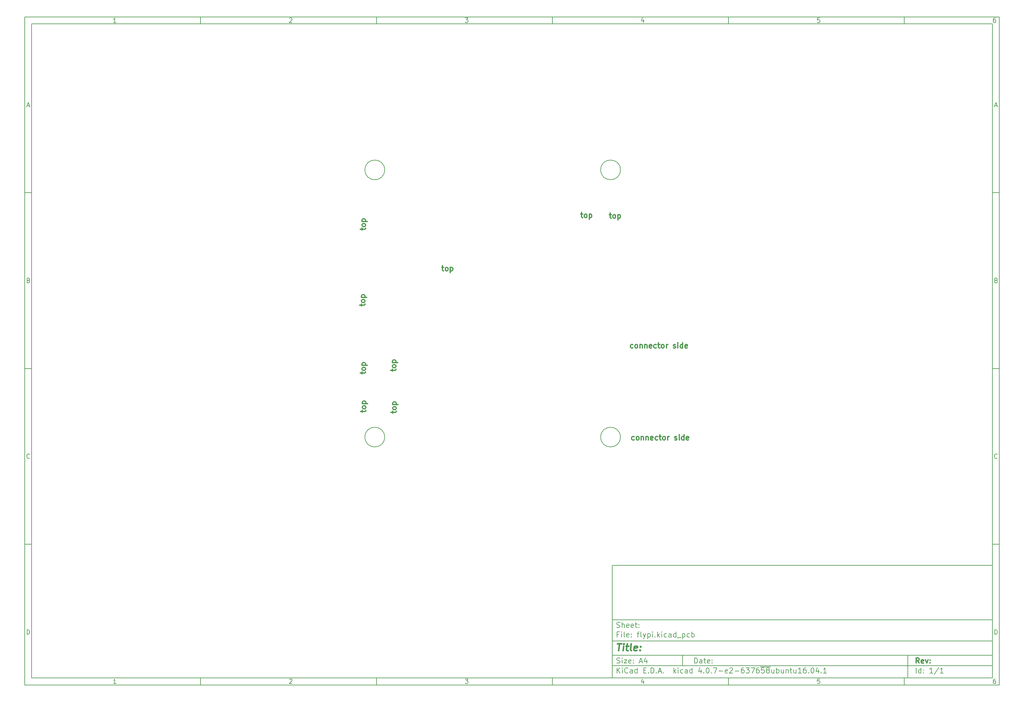
<source format=gbr>
G04 #@! TF.FileFunction,Other,Comment*
%FSLAX46Y46*%
G04 Gerber Fmt 4.6, Leading zero omitted, Abs format (unit mm)*
G04 Created by KiCad (PCBNEW 4.0.7-e2-6376~58~ubuntu16.04.1) date Sun Jan 28 20:38:59 2018*
%MOMM*%
%LPD*%
G01*
G04 APERTURE LIST*
%ADD10C,0.100000*%
%ADD11C,0.150000*%
%ADD12C,0.300000*%
%ADD13C,0.400000*%
G04 APERTURE END LIST*
D10*
D11*
X177002200Y-166007200D02*
X177002200Y-198007200D01*
X285002200Y-198007200D01*
X285002200Y-166007200D01*
X177002200Y-166007200D01*
D10*
D11*
X10000000Y-10000000D02*
X10000000Y-200007200D01*
X287002200Y-200007200D01*
X287002200Y-10000000D01*
X10000000Y-10000000D01*
D10*
D11*
X12000000Y-12000000D02*
X12000000Y-198007200D01*
X285002200Y-198007200D01*
X285002200Y-12000000D01*
X12000000Y-12000000D01*
D10*
D11*
X60000000Y-12000000D02*
X60000000Y-10000000D01*
D10*
D11*
X110000000Y-12000000D02*
X110000000Y-10000000D01*
D10*
D11*
X160000000Y-12000000D02*
X160000000Y-10000000D01*
D10*
D11*
X210000000Y-12000000D02*
X210000000Y-10000000D01*
D10*
D11*
X260000000Y-12000000D02*
X260000000Y-10000000D01*
D10*
D11*
X35990476Y-11588095D02*
X35247619Y-11588095D01*
X35619048Y-11588095D02*
X35619048Y-10288095D01*
X35495238Y-10473810D01*
X35371429Y-10597619D01*
X35247619Y-10659524D01*
D10*
D11*
X85247619Y-10411905D02*
X85309524Y-10350000D01*
X85433333Y-10288095D01*
X85742857Y-10288095D01*
X85866667Y-10350000D01*
X85928571Y-10411905D01*
X85990476Y-10535714D01*
X85990476Y-10659524D01*
X85928571Y-10845238D01*
X85185714Y-11588095D01*
X85990476Y-11588095D01*
D10*
D11*
X135185714Y-10288095D02*
X135990476Y-10288095D01*
X135557143Y-10783333D01*
X135742857Y-10783333D01*
X135866667Y-10845238D01*
X135928571Y-10907143D01*
X135990476Y-11030952D01*
X135990476Y-11340476D01*
X135928571Y-11464286D01*
X135866667Y-11526190D01*
X135742857Y-11588095D01*
X135371429Y-11588095D01*
X135247619Y-11526190D01*
X135185714Y-11464286D01*
D10*
D11*
X185866667Y-10721429D02*
X185866667Y-11588095D01*
X185557143Y-10226190D02*
X185247619Y-11154762D01*
X186052381Y-11154762D01*
D10*
D11*
X235928571Y-10288095D02*
X235309524Y-10288095D01*
X235247619Y-10907143D01*
X235309524Y-10845238D01*
X235433333Y-10783333D01*
X235742857Y-10783333D01*
X235866667Y-10845238D01*
X235928571Y-10907143D01*
X235990476Y-11030952D01*
X235990476Y-11340476D01*
X235928571Y-11464286D01*
X235866667Y-11526190D01*
X235742857Y-11588095D01*
X235433333Y-11588095D01*
X235309524Y-11526190D01*
X235247619Y-11464286D01*
D10*
D11*
X285866667Y-10288095D02*
X285619048Y-10288095D01*
X285495238Y-10350000D01*
X285433333Y-10411905D01*
X285309524Y-10597619D01*
X285247619Y-10845238D01*
X285247619Y-11340476D01*
X285309524Y-11464286D01*
X285371429Y-11526190D01*
X285495238Y-11588095D01*
X285742857Y-11588095D01*
X285866667Y-11526190D01*
X285928571Y-11464286D01*
X285990476Y-11340476D01*
X285990476Y-11030952D01*
X285928571Y-10907143D01*
X285866667Y-10845238D01*
X285742857Y-10783333D01*
X285495238Y-10783333D01*
X285371429Y-10845238D01*
X285309524Y-10907143D01*
X285247619Y-11030952D01*
D10*
D11*
X60000000Y-198007200D02*
X60000000Y-200007200D01*
D10*
D11*
X110000000Y-198007200D02*
X110000000Y-200007200D01*
D10*
D11*
X160000000Y-198007200D02*
X160000000Y-200007200D01*
D10*
D11*
X210000000Y-198007200D02*
X210000000Y-200007200D01*
D10*
D11*
X260000000Y-198007200D02*
X260000000Y-200007200D01*
D10*
D11*
X35990476Y-199595295D02*
X35247619Y-199595295D01*
X35619048Y-199595295D02*
X35619048Y-198295295D01*
X35495238Y-198481010D01*
X35371429Y-198604819D01*
X35247619Y-198666724D01*
D10*
D11*
X85247619Y-198419105D02*
X85309524Y-198357200D01*
X85433333Y-198295295D01*
X85742857Y-198295295D01*
X85866667Y-198357200D01*
X85928571Y-198419105D01*
X85990476Y-198542914D01*
X85990476Y-198666724D01*
X85928571Y-198852438D01*
X85185714Y-199595295D01*
X85990476Y-199595295D01*
D10*
D11*
X135185714Y-198295295D02*
X135990476Y-198295295D01*
X135557143Y-198790533D01*
X135742857Y-198790533D01*
X135866667Y-198852438D01*
X135928571Y-198914343D01*
X135990476Y-199038152D01*
X135990476Y-199347676D01*
X135928571Y-199471486D01*
X135866667Y-199533390D01*
X135742857Y-199595295D01*
X135371429Y-199595295D01*
X135247619Y-199533390D01*
X135185714Y-199471486D01*
D10*
D11*
X185866667Y-198728629D02*
X185866667Y-199595295D01*
X185557143Y-198233390D02*
X185247619Y-199161962D01*
X186052381Y-199161962D01*
D10*
D11*
X235928571Y-198295295D02*
X235309524Y-198295295D01*
X235247619Y-198914343D01*
X235309524Y-198852438D01*
X235433333Y-198790533D01*
X235742857Y-198790533D01*
X235866667Y-198852438D01*
X235928571Y-198914343D01*
X235990476Y-199038152D01*
X235990476Y-199347676D01*
X235928571Y-199471486D01*
X235866667Y-199533390D01*
X235742857Y-199595295D01*
X235433333Y-199595295D01*
X235309524Y-199533390D01*
X235247619Y-199471486D01*
D10*
D11*
X285866667Y-198295295D02*
X285619048Y-198295295D01*
X285495238Y-198357200D01*
X285433333Y-198419105D01*
X285309524Y-198604819D01*
X285247619Y-198852438D01*
X285247619Y-199347676D01*
X285309524Y-199471486D01*
X285371429Y-199533390D01*
X285495238Y-199595295D01*
X285742857Y-199595295D01*
X285866667Y-199533390D01*
X285928571Y-199471486D01*
X285990476Y-199347676D01*
X285990476Y-199038152D01*
X285928571Y-198914343D01*
X285866667Y-198852438D01*
X285742857Y-198790533D01*
X285495238Y-198790533D01*
X285371429Y-198852438D01*
X285309524Y-198914343D01*
X285247619Y-199038152D01*
D10*
D11*
X10000000Y-60000000D02*
X12000000Y-60000000D01*
D10*
D11*
X10000000Y-110000000D02*
X12000000Y-110000000D01*
D10*
D11*
X10000000Y-160000000D02*
X12000000Y-160000000D01*
D10*
D11*
X10690476Y-35216667D02*
X11309524Y-35216667D01*
X10566667Y-35588095D02*
X11000000Y-34288095D01*
X11433333Y-35588095D01*
D10*
D11*
X11092857Y-84907143D02*
X11278571Y-84969048D01*
X11340476Y-85030952D01*
X11402381Y-85154762D01*
X11402381Y-85340476D01*
X11340476Y-85464286D01*
X11278571Y-85526190D01*
X11154762Y-85588095D01*
X10659524Y-85588095D01*
X10659524Y-84288095D01*
X11092857Y-84288095D01*
X11216667Y-84350000D01*
X11278571Y-84411905D01*
X11340476Y-84535714D01*
X11340476Y-84659524D01*
X11278571Y-84783333D01*
X11216667Y-84845238D01*
X11092857Y-84907143D01*
X10659524Y-84907143D01*
D10*
D11*
X11402381Y-135464286D02*
X11340476Y-135526190D01*
X11154762Y-135588095D01*
X11030952Y-135588095D01*
X10845238Y-135526190D01*
X10721429Y-135402381D01*
X10659524Y-135278571D01*
X10597619Y-135030952D01*
X10597619Y-134845238D01*
X10659524Y-134597619D01*
X10721429Y-134473810D01*
X10845238Y-134350000D01*
X11030952Y-134288095D01*
X11154762Y-134288095D01*
X11340476Y-134350000D01*
X11402381Y-134411905D01*
D10*
D11*
X10659524Y-185588095D02*
X10659524Y-184288095D01*
X10969048Y-184288095D01*
X11154762Y-184350000D01*
X11278571Y-184473810D01*
X11340476Y-184597619D01*
X11402381Y-184845238D01*
X11402381Y-185030952D01*
X11340476Y-185278571D01*
X11278571Y-185402381D01*
X11154762Y-185526190D01*
X10969048Y-185588095D01*
X10659524Y-185588095D01*
D10*
D11*
X287002200Y-60000000D02*
X285002200Y-60000000D01*
D10*
D11*
X287002200Y-110000000D02*
X285002200Y-110000000D01*
D10*
D11*
X287002200Y-160000000D02*
X285002200Y-160000000D01*
D10*
D11*
X285692676Y-35216667D02*
X286311724Y-35216667D01*
X285568867Y-35588095D02*
X286002200Y-34288095D01*
X286435533Y-35588095D01*
D10*
D11*
X286095057Y-84907143D02*
X286280771Y-84969048D01*
X286342676Y-85030952D01*
X286404581Y-85154762D01*
X286404581Y-85340476D01*
X286342676Y-85464286D01*
X286280771Y-85526190D01*
X286156962Y-85588095D01*
X285661724Y-85588095D01*
X285661724Y-84288095D01*
X286095057Y-84288095D01*
X286218867Y-84350000D01*
X286280771Y-84411905D01*
X286342676Y-84535714D01*
X286342676Y-84659524D01*
X286280771Y-84783333D01*
X286218867Y-84845238D01*
X286095057Y-84907143D01*
X285661724Y-84907143D01*
D10*
D11*
X286404581Y-135464286D02*
X286342676Y-135526190D01*
X286156962Y-135588095D01*
X286033152Y-135588095D01*
X285847438Y-135526190D01*
X285723629Y-135402381D01*
X285661724Y-135278571D01*
X285599819Y-135030952D01*
X285599819Y-134845238D01*
X285661724Y-134597619D01*
X285723629Y-134473810D01*
X285847438Y-134350000D01*
X286033152Y-134288095D01*
X286156962Y-134288095D01*
X286342676Y-134350000D01*
X286404581Y-134411905D01*
D10*
D11*
X285661724Y-185588095D02*
X285661724Y-184288095D01*
X285971248Y-184288095D01*
X286156962Y-184350000D01*
X286280771Y-184473810D01*
X286342676Y-184597619D01*
X286404581Y-184845238D01*
X286404581Y-185030952D01*
X286342676Y-185278571D01*
X286280771Y-185402381D01*
X286156962Y-185526190D01*
X285971248Y-185588095D01*
X285661724Y-185588095D01*
D10*
D11*
X200359343Y-193785771D02*
X200359343Y-192285771D01*
X200716486Y-192285771D01*
X200930771Y-192357200D01*
X201073629Y-192500057D01*
X201145057Y-192642914D01*
X201216486Y-192928629D01*
X201216486Y-193142914D01*
X201145057Y-193428629D01*
X201073629Y-193571486D01*
X200930771Y-193714343D01*
X200716486Y-193785771D01*
X200359343Y-193785771D01*
X202502200Y-193785771D02*
X202502200Y-193000057D01*
X202430771Y-192857200D01*
X202287914Y-192785771D01*
X202002200Y-192785771D01*
X201859343Y-192857200D01*
X202502200Y-193714343D02*
X202359343Y-193785771D01*
X202002200Y-193785771D01*
X201859343Y-193714343D01*
X201787914Y-193571486D01*
X201787914Y-193428629D01*
X201859343Y-193285771D01*
X202002200Y-193214343D01*
X202359343Y-193214343D01*
X202502200Y-193142914D01*
X203002200Y-192785771D02*
X203573629Y-192785771D01*
X203216486Y-192285771D02*
X203216486Y-193571486D01*
X203287914Y-193714343D01*
X203430772Y-193785771D01*
X203573629Y-193785771D01*
X204645057Y-193714343D02*
X204502200Y-193785771D01*
X204216486Y-193785771D01*
X204073629Y-193714343D01*
X204002200Y-193571486D01*
X204002200Y-193000057D01*
X204073629Y-192857200D01*
X204216486Y-192785771D01*
X204502200Y-192785771D01*
X204645057Y-192857200D01*
X204716486Y-193000057D01*
X204716486Y-193142914D01*
X204002200Y-193285771D01*
X205359343Y-193642914D02*
X205430771Y-193714343D01*
X205359343Y-193785771D01*
X205287914Y-193714343D01*
X205359343Y-193642914D01*
X205359343Y-193785771D01*
X205359343Y-192857200D02*
X205430771Y-192928629D01*
X205359343Y-193000057D01*
X205287914Y-192928629D01*
X205359343Y-192857200D01*
X205359343Y-193000057D01*
D10*
D11*
X177002200Y-194507200D02*
X285002200Y-194507200D01*
D10*
D11*
X178359343Y-196585771D02*
X178359343Y-195085771D01*
X179216486Y-196585771D02*
X178573629Y-195728629D01*
X179216486Y-195085771D02*
X178359343Y-195942914D01*
X179859343Y-196585771D02*
X179859343Y-195585771D01*
X179859343Y-195085771D02*
X179787914Y-195157200D01*
X179859343Y-195228629D01*
X179930771Y-195157200D01*
X179859343Y-195085771D01*
X179859343Y-195228629D01*
X181430772Y-196442914D02*
X181359343Y-196514343D01*
X181145057Y-196585771D01*
X181002200Y-196585771D01*
X180787915Y-196514343D01*
X180645057Y-196371486D01*
X180573629Y-196228629D01*
X180502200Y-195942914D01*
X180502200Y-195728629D01*
X180573629Y-195442914D01*
X180645057Y-195300057D01*
X180787915Y-195157200D01*
X181002200Y-195085771D01*
X181145057Y-195085771D01*
X181359343Y-195157200D01*
X181430772Y-195228629D01*
X182716486Y-196585771D02*
X182716486Y-195800057D01*
X182645057Y-195657200D01*
X182502200Y-195585771D01*
X182216486Y-195585771D01*
X182073629Y-195657200D01*
X182716486Y-196514343D02*
X182573629Y-196585771D01*
X182216486Y-196585771D01*
X182073629Y-196514343D01*
X182002200Y-196371486D01*
X182002200Y-196228629D01*
X182073629Y-196085771D01*
X182216486Y-196014343D01*
X182573629Y-196014343D01*
X182716486Y-195942914D01*
X184073629Y-196585771D02*
X184073629Y-195085771D01*
X184073629Y-196514343D02*
X183930772Y-196585771D01*
X183645058Y-196585771D01*
X183502200Y-196514343D01*
X183430772Y-196442914D01*
X183359343Y-196300057D01*
X183359343Y-195871486D01*
X183430772Y-195728629D01*
X183502200Y-195657200D01*
X183645058Y-195585771D01*
X183930772Y-195585771D01*
X184073629Y-195657200D01*
X185930772Y-195800057D02*
X186430772Y-195800057D01*
X186645058Y-196585771D02*
X185930772Y-196585771D01*
X185930772Y-195085771D01*
X186645058Y-195085771D01*
X187287915Y-196442914D02*
X187359343Y-196514343D01*
X187287915Y-196585771D01*
X187216486Y-196514343D01*
X187287915Y-196442914D01*
X187287915Y-196585771D01*
X188002201Y-196585771D02*
X188002201Y-195085771D01*
X188359344Y-195085771D01*
X188573629Y-195157200D01*
X188716487Y-195300057D01*
X188787915Y-195442914D01*
X188859344Y-195728629D01*
X188859344Y-195942914D01*
X188787915Y-196228629D01*
X188716487Y-196371486D01*
X188573629Y-196514343D01*
X188359344Y-196585771D01*
X188002201Y-196585771D01*
X189502201Y-196442914D02*
X189573629Y-196514343D01*
X189502201Y-196585771D01*
X189430772Y-196514343D01*
X189502201Y-196442914D01*
X189502201Y-196585771D01*
X190145058Y-196157200D02*
X190859344Y-196157200D01*
X190002201Y-196585771D02*
X190502201Y-195085771D01*
X191002201Y-196585771D01*
X191502201Y-196442914D02*
X191573629Y-196514343D01*
X191502201Y-196585771D01*
X191430772Y-196514343D01*
X191502201Y-196442914D01*
X191502201Y-196585771D01*
X194502201Y-196585771D02*
X194502201Y-195085771D01*
X194645058Y-196014343D02*
X195073629Y-196585771D01*
X195073629Y-195585771D02*
X194502201Y-196157200D01*
X195716487Y-196585771D02*
X195716487Y-195585771D01*
X195716487Y-195085771D02*
X195645058Y-195157200D01*
X195716487Y-195228629D01*
X195787915Y-195157200D01*
X195716487Y-195085771D01*
X195716487Y-195228629D01*
X197073630Y-196514343D02*
X196930773Y-196585771D01*
X196645059Y-196585771D01*
X196502201Y-196514343D01*
X196430773Y-196442914D01*
X196359344Y-196300057D01*
X196359344Y-195871486D01*
X196430773Y-195728629D01*
X196502201Y-195657200D01*
X196645059Y-195585771D01*
X196930773Y-195585771D01*
X197073630Y-195657200D01*
X198359344Y-196585771D02*
X198359344Y-195800057D01*
X198287915Y-195657200D01*
X198145058Y-195585771D01*
X197859344Y-195585771D01*
X197716487Y-195657200D01*
X198359344Y-196514343D02*
X198216487Y-196585771D01*
X197859344Y-196585771D01*
X197716487Y-196514343D01*
X197645058Y-196371486D01*
X197645058Y-196228629D01*
X197716487Y-196085771D01*
X197859344Y-196014343D01*
X198216487Y-196014343D01*
X198359344Y-195942914D01*
X199716487Y-196585771D02*
X199716487Y-195085771D01*
X199716487Y-196514343D02*
X199573630Y-196585771D01*
X199287916Y-196585771D01*
X199145058Y-196514343D01*
X199073630Y-196442914D01*
X199002201Y-196300057D01*
X199002201Y-195871486D01*
X199073630Y-195728629D01*
X199145058Y-195657200D01*
X199287916Y-195585771D01*
X199573630Y-195585771D01*
X199716487Y-195657200D01*
X202216487Y-195585771D02*
X202216487Y-196585771D01*
X201859344Y-195014343D02*
X201502201Y-196085771D01*
X202430773Y-196085771D01*
X203002201Y-196442914D02*
X203073629Y-196514343D01*
X203002201Y-196585771D01*
X202930772Y-196514343D01*
X203002201Y-196442914D01*
X203002201Y-196585771D01*
X204002201Y-195085771D02*
X204145058Y-195085771D01*
X204287915Y-195157200D01*
X204359344Y-195228629D01*
X204430773Y-195371486D01*
X204502201Y-195657200D01*
X204502201Y-196014343D01*
X204430773Y-196300057D01*
X204359344Y-196442914D01*
X204287915Y-196514343D01*
X204145058Y-196585771D01*
X204002201Y-196585771D01*
X203859344Y-196514343D01*
X203787915Y-196442914D01*
X203716487Y-196300057D01*
X203645058Y-196014343D01*
X203645058Y-195657200D01*
X203716487Y-195371486D01*
X203787915Y-195228629D01*
X203859344Y-195157200D01*
X204002201Y-195085771D01*
X205145058Y-196442914D02*
X205216486Y-196514343D01*
X205145058Y-196585771D01*
X205073629Y-196514343D01*
X205145058Y-196442914D01*
X205145058Y-196585771D01*
X205716487Y-195085771D02*
X206716487Y-195085771D01*
X206073630Y-196585771D01*
X207287915Y-196014343D02*
X208430772Y-196014343D01*
X209716486Y-196514343D02*
X209573629Y-196585771D01*
X209287915Y-196585771D01*
X209145058Y-196514343D01*
X209073629Y-196371486D01*
X209073629Y-195800057D01*
X209145058Y-195657200D01*
X209287915Y-195585771D01*
X209573629Y-195585771D01*
X209716486Y-195657200D01*
X209787915Y-195800057D01*
X209787915Y-195942914D01*
X209073629Y-196085771D01*
X210359343Y-195228629D02*
X210430772Y-195157200D01*
X210573629Y-195085771D01*
X210930772Y-195085771D01*
X211073629Y-195157200D01*
X211145058Y-195228629D01*
X211216486Y-195371486D01*
X211216486Y-195514343D01*
X211145058Y-195728629D01*
X210287915Y-196585771D01*
X211216486Y-196585771D01*
X211859343Y-196014343D02*
X213002200Y-196014343D01*
X214359343Y-195085771D02*
X214073629Y-195085771D01*
X213930772Y-195157200D01*
X213859343Y-195228629D01*
X213716486Y-195442914D01*
X213645057Y-195728629D01*
X213645057Y-196300057D01*
X213716486Y-196442914D01*
X213787914Y-196514343D01*
X213930772Y-196585771D01*
X214216486Y-196585771D01*
X214359343Y-196514343D01*
X214430772Y-196442914D01*
X214502200Y-196300057D01*
X214502200Y-195942914D01*
X214430772Y-195800057D01*
X214359343Y-195728629D01*
X214216486Y-195657200D01*
X213930772Y-195657200D01*
X213787914Y-195728629D01*
X213716486Y-195800057D01*
X213645057Y-195942914D01*
X215002200Y-195085771D02*
X215930771Y-195085771D01*
X215430771Y-195657200D01*
X215645057Y-195657200D01*
X215787914Y-195728629D01*
X215859343Y-195800057D01*
X215930771Y-195942914D01*
X215930771Y-196300057D01*
X215859343Y-196442914D01*
X215787914Y-196514343D01*
X215645057Y-196585771D01*
X215216485Y-196585771D01*
X215073628Y-196514343D01*
X215002200Y-196442914D01*
X216430771Y-195085771D02*
X217430771Y-195085771D01*
X216787914Y-196585771D01*
X218645056Y-195085771D02*
X218359342Y-195085771D01*
X218216485Y-195157200D01*
X218145056Y-195228629D01*
X218002199Y-195442914D01*
X217930770Y-195728629D01*
X217930770Y-196300057D01*
X218002199Y-196442914D01*
X218073627Y-196514343D01*
X218216485Y-196585771D01*
X218502199Y-196585771D01*
X218645056Y-196514343D01*
X218716485Y-196442914D01*
X218787913Y-196300057D01*
X218787913Y-195942914D01*
X218716485Y-195800057D01*
X218645056Y-195728629D01*
X218502199Y-195657200D01*
X218216485Y-195657200D01*
X218073627Y-195728629D01*
X218002199Y-195800057D01*
X217930770Y-195942914D01*
X220145056Y-195085771D02*
X219430770Y-195085771D01*
X219359341Y-195800057D01*
X219430770Y-195728629D01*
X219573627Y-195657200D01*
X219930770Y-195657200D01*
X220073627Y-195728629D01*
X220145056Y-195800057D01*
X220216484Y-195942914D01*
X220216484Y-196300057D01*
X220145056Y-196442914D01*
X220073627Y-196514343D01*
X219930770Y-196585771D01*
X219573627Y-196585771D01*
X219430770Y-196514343D01*
X219359341Y-196442914D01*
X221073627Y-195728629D02*
X220930769Y-195657200D01*
X220859341Y-195585771D01*
X220787912Y-195442914D01*
X220787912Y-195371486D01*
X220859341Y-195228629D01*
X220930769Y-195157200D01*
X221073627Y-195085771D01*
X221359341Y-195085771D01*
X221502198Y-195157200D01*
X221573627Y-195228629D01*
X221645055Y-195371486D01*
X221645055Y-195442914D01*
X221573627Y-195585771D01*
X221502198Y-195657200D01*
X221359341Y-195728629D01*
X221073627Y-195728629D01*
X220930769Y-195800057D01*
X220859341Y-195871486D01*
X220787912Y-196014343D01*
X220787912Y-196300057D01*
X220859341Y-196442914D01*
X220930769Y-196514343D01*
X221073627Y-196585771D01*
X221359341Y-196585771D01*
X221502198Y-196514343D01*
X221573627Y-196442914D01*
X221645055Y-196300057D01*
X221645055Y-196014343D01*
X221573627Y-195871486D01*
X221502198Y-195800057D01*
X221359341Y-195728629D01*
X219073627Y-194827200D02*
X221930769Y-194827200D01*
X222930769Y-195585771D02*
X222930769Y-196585771D01*
X222287912Y-195585771D02*
X222287912Y-196371486D01*
X222359340Y-196514343D01*
X222502198Y-196585771D01*
X222716483Y-196585771D01*
X222859340Y-196514343D01*
X222930769Y-196442914D01*
X223645055Y-196585771D02*
X223645055Y-195085771D01*
X223645055Y-195657200D02*
X223787912Y-195585771D01*
X224073626Y-195585771D01*
X224216483Y-195657200D01*
X224287912Y-195728629D01*
X224359341Y-195871486D01*
X224359341Y-196300057D01*
X224287912Y-196442914D01*
X224216483Y-196514343D01*
X224073626Y-196585771D01*
X223787912Y-196585771D01*
X223645055Y-196514343D01*
X225645055Y-195585771D02*
X225645055Y-196585771D01*
X225002198Y-195585771D02*
X225002198Y-196371486D01*
X225073626Y-196514343D01*
X225216484Y-196585771D01*
X225430769Y-196585771D01*
X225573626Y-196514343D01*
X225645055Y-196442914D01*
X226359341Y-195585771D02*
X226359341Y-196585771D01*
X226359341Y-195728629D02*
X226430769Y-195657200D01*
X226573627Y-195585771D01*
X226787912Y-195585771D01*
X226930769Y-195657200D01*
X227002198Y-195800057D01*
X227002198Y-196585771D01*
X227502198Y-195585771D02*
X228073627Y-195585771D01*
X227716484Y-195085771D02*
X227716484Y-196371486D01*
X227787912Y-196514343D01*
X227930770Y-196585771D01*
X228073627Y-196585771D01*
X229216484Y-195585771D02*
X229216484Y-196585771D01*
X228573627Y-195585771D02*
X228573627Y-196371486D01*
X228645055Y-196514343D01*
X228787913Y-196585771D01*
X229002198Y-196585771D01*
X229145055Y-196514343D01*
X229216484Y-196442914D01*
X230716484Y-196585771D02*
X229859341Y-196585771D01*
X230287913Y-196585771D02*
X230287913Y-195085771D01*
X230145056Y-195300057D01*
X230002198Y-195442914D01*
X229859341Y-195514343D01*
X232002198Y-195085771D02*
X231716484Y-195085771D01*
X231573627Y-195157200D01*
X231502198Y-195228629D01*
X231359341Y-195442914D01*
X231287912Y-195728629D01*
X231287912Y-196300057D01*
X231359341Y-196442914D01*
X231430769Y-196514343D01*
X231573627Y-196585771D01*
X231859341Y-196585771D01*
X232002198Y-196514343D01*
X232073627Y-196442914D01*
X232145055Y-196300057D01*
X232145055Y-195942914D01*
X232073627Y-195800057D01*
X232002198Y-195728629D01*
X231859341Y-195657200D01*
X231573627Y-195657200D01*
X231430769Y-195728629D01*
X231359341Y-195800057D01*
X231287912Y-195942914D01*
X232787912Y-196442914D02*
X232859340Y-196514343D01*
X232787912Y-196585771D01*
X232716483Y-196514343D01*
X232787912Y-196442914D01*
X232787912Y-196585771D01*
X233787912Y-195085771D02*
X233930769Y-195085771D01*
X234073626Y-195157200D01*
X234145055Y-195228629D01*
X234216484Y-195371486D01*
X234287912Y-195657200D01*
X234287912Y-196014343D01*
X234216484Y-196300057D01*
X234145055Y-196442914D01*
X234073626Y-196514343D01*
X233930769Y-196585771D01*
X233787912Y-196585771D01*
X233645055Y-196514343D01*
X233573626Y-196442914D01*
X233502198Y-196300057D01*
X233430769Y-196014343D01*
X233430769Y-195657200D01*
X233502198Y-195371486D01*
X233573626Y-195228629D01*
X233645055Y-195157200D01*
X233787912Y-195085771D01*
X235573626Y-195585771D02*
X235573626Y-196585771D01*
X235216483Y-195014343D02*
X234859340Y-196085771D01*
X235787912Y-196085771D01*
X236359340Y-196442914D02*
X236430768Y-196514343D01*
X236359340Y-196585771D01*
X236287911Y-196514343D01*
X236359340Y-196442914D01*
X236359340Y-196585771D01*
X237859340Y-196585771D02*
X237002197Y-196585771D01*
X237430769Y-196585771D02*
X237430769Y-195085771D01*
X237287912Y-195300057D01*
X237145054Y-195442914D01*
X237002197Y-195514343D01*
D10*
D11*
X177002200Y-191507200D02*
X285002200Y-191507200D01*
D10*
D12*
X264216486Y-193785771D02*
X263716486Y-193071486D01*
X263359343Y-193785771D02*
X263359343Y-192285771D01*
X263930771Y-192285771D01*
X264073629Y-192357200D01*
X264145057Y-192428629D01*
X264216486Y-192571486D01*
X264216486Y-192785771D01*
X264145057Y-192928629D01*
X264073629Y-193000057D01*
X263930771Y-193071486D01*
X263359343Y-193071486D01*
X265430771Y-193714343D02*
X265287914Y-193785771D01*
X265002200Y-193785771D01*
X264859343Y-193714343D01*
X264787914Y-193571486D01*
X264787914Y-193000057D01*
X264859343Y-192857200D01*
X265002200Y-192785771D01*
X265287914Y-192785771D01*
X265430771Y-192857200D01*
X265502200Y-193000057D01*
X265502200Y-193142914D01*
X264787914Y-193285771D01*
X266002200Y-192785771D02*
X266359343Y-193785771D01*
X266716485Y-192785771D01*
X267287914Y-193642914D02*
X267359342Y-193714343D01*
X267287914Y-193785771D01*
X267216485Y-193714343D01*
X267287914Y-193642914D01*
X267287914Y-193785771D01*
X267287914Y-192857200D02*
X267359342Y-192928629D01*
X267287914Y-193000057D01*
X267216485Y-192928629D01*
X267287914Y-192857200D01*
X267287914Y-193000057D01*
D10*
D11*
X178287914Y-193714343D02*
X178502200Y-193785771D01*
X178859343Y-193785771D01*
X179002200Y-193714343D01*
X179073629Y-193642914D01*
X179145057Y-193500057D01*
X179145057Y-193357200D01*
X179073629Y-193214343D01*
X179002200Y-193142914D01*
X178859343Y-193071486D01*
X178573629Y-193000057D01*
X178430771Y-192928629D01*
X178359343Y-192857200D01*
X178287914Y-192714343D01*
X178287914Y-192571486D01*
X178359343Y-192428629D01*
X178430771Y-192357200D01*
X178573629Y-192285771D01*
X178930771Y-192285771D01*
X179145057Y-192357200D01*
X179787914Y-193785771D02*
X179787914Y-192785771D01*
X179787914Y-192285771D02*
X179716485Y-192357200D01*
X179787914Y-192428629D01*
X179859342Y-192357200D01*
X179787914Y-192285771D01*
X179787914Y-192428629D01*
X180359343Y-192785771D02*
X181145057Y-192785771D01*
X180359343Y-193785771D01*
X181145057Y-193785771D01*
X182287914Y-193714343D02*
X182145057Y-193785771D01*
X181859343Y-193785771D01*
X181716486Y-193714343D01*
X181645057Y-193571486D01*
X181645057Y-193000057D01*
X181716486Y-192857200D01*
X181859343Y-192785771D01*
X182145057Y-192785771D01*
X182287914Y-192857200D01*
X182359343Y-193000057D01*
X182359343Y-193142914D01*
X181645057Y-193285771D01*
X183002200Y-193642914D02*
X183073628Y-193714343D01*
X183002200Y-193785771D01*
X182930771Y-193714343D01*
X183002200Y-193642914D01*
X183002200Y-193785771D01*
X183002200Y-192857200D02*
X183073628Y-192928629D01*
X183002200Y-193000057D01*
X182930771Y-192928629D01*
X183002200Y-192857200D01*
X183002200Y-193000057D01*
X184787914Y-193357200D02*
X185502200Y-193357200D01*
X184645057Y-193785771D02*
X185145057Y-192285771D01*
X185645057Y-193785771D01*
X186787914Y-192785771D02*
X186787914Y-193785771D01*
X186430771Y-192214343D02*
X186073628Y-193285771D01*
X187002200Y-193285771D01*
D10*
D11*
X263359343Y-196585771D02*
X263359343Y-195085771D01*
X264716486Y-196585771D02*
X264716486Y-195085771D01*
X264716486Y-196514343D02*
X264573629Y-196585771D01*
X264287915Y-196585771D01*
X264145057Y-196514343D01*
X264073629Y-196442914D01*
X264002200Y-196300057D01*
X264002200Y-195871486D01*
X264073629Y-195728629D01*
X264145057Y-195657200D01*
X264287915Y-195585771D01*
X264573629Y-195585771D01*
X264716486Y-195657200D01*
X265430772Y-196442914D02*
X265502200Y-196514343D01*
X265430772Y-196585771D01*
X265359343Y-196514343D01*
X265430772Y-196442914D01*
X265430772Y-196585771D01*
X265430772Y-195657200D02*
X265502200Y-195728629D01*
X265430772Y-195800057D01*
X265359343Y-195728629D01*
X265430772Y-195657200D01*
X265430772Y-195800057D01*
X268073629Y-196585771D02*
X267216486Y-196585771D01*
X267645058Y-196585771D02*
X267645058Y-195085771D01*
X267502201Y-195300057D01*
X267359343Y-195442914D01*
X267216486Y-195514343D01*
X269787914Y-195014343D02*
X268502200Y-196942914D01*
X271073629Y-196585771D02*
X270216486Y-196585771D01*
X270645058Y-196585771D02*
X270645058Y-195085771D01*
X270502201Y-195300057D01*
X270359343Y-195442914D01*
X270216486Y-195514343D01*
D10*
D11*
X177002200Y-187507200D02*
X285002200Y-187507200D01*
D10*
D13*
X178454581Y-188211962D02*
X179597438Y-188211962D01*
X178776010Y-190211962D02*
X179026010Y-188211962D01*
X180014105Y-190211962D02*
X180180771Y-188878629D01*
X180264105Y-188211962D02*
X180156962Y-188307200D01*
X180240295Y-188402438D01*
X180347439Y-188307200D01*
X180264105Y-188211962D01*
X180240295Y-188402438D01*
X180847438Y-188878629D02*
X181609343Y-188878629D01*
X181216486Y-188211962D02*
X181002200Y-189926248D01*
X181073630Y-190116724D01*
X181252201Y-190211962D01*
X181442677Y-190211962D01*
X182395058Y-190211962D02*
X182216487Y-190116724D01*
X182145057Y-189926248D01*
X182359343Y-188211962D01*
X183930772Y-190116724D02*
X183728391Y-190211962D01*
X183347439Y-190211962D01*
X183168867Y-190116724D01*
X183097438Y-189926248D01*
X183192676Y-189164343D01*
X183311724Y-188973867D01*
X183514105Y-188878629D01*
X183895057Y-188878629D01*
X184073629Y-188973867D01*
X184145057Y-189164343D01*
X184121248Y-189354819D01*
X183145057Y-189545295D01*
X184895057Y-190021486D02*
X184978392Y-190116724D01*
X184871248Y-190211962D01*
X184787915Y-190116724D01*
X184895057Y-190021486D01*
X184871248Y-190211962D01*
X185026010Y-188973867D02*
X185109344Y-189069105D01*
X185002200Y-189164343D01*
X184918867Y-189069105D01*
X185026010Y-188973867D01*
X185002200Y-189164343D01*
D10*
D11*
X178859343Y-185600057D02*
X178359343Y-185600057D01*
X178359343Y-186385771D02*
X178359343Y-184885771D01*
X179073629Y-184885771D01*
X179645057Y-186385771D02*
X179645057Y-185385771D01*
X179645057Y-184885771D02*
X179573628Y-184957200D01*
X179645057Y-185028629D01*
X179716485Y-184957200D01*
X179645057Y-184885771D01*
X179645057Y-185028629D01*
X180573629Y-186385771D02*
X180430771Y-186314343D01*
X180359343Y-186171486D01*
X180359343Y-184885771D01*
X181716485Y-186314343D02*
X181573628Y-186385771D01*
X181287914Y-186385771D01*
X181145057Y-186314343D01*
X181073628Y-186171486D01*
X181073628Y-185600057D01*
X181145057Y-185457200D01*
X181287914Y-185385771D01*
X181573628Y-185385771D01*
X181716485Y-185457200D01*
X181787914Y-185600057D01*
X181787914Y-185742914D01*
X181073628Y-185885771D01*
X182430771Y-186242914D02*
X182502199Y-186314343D01*
X182430771Y-186385771D01*
X182359342Y-186314343D01*
X182430771Y-186242914D01*
X182430771Y-186385771D01*
X182430771Y-185457200D02*
X182502199Y-185528629D01*
X182430771Y-185600057D01*
X182359342Y-185528629D01*
X182430771Y-185457200D01*
X182430771Y-185600057D01*
X184073628Y-185385771D02*
X184645057Y-185385771D01*
X184287914Y-186385771D02*
X184287914Y-185100057D01*
X184359342Y-184957200D01*
X184502200Y-184885771D01*
X184645057Y-184885771D01*
X185359343Y-186385771D02*
X185216485Y-186314343D01*
X185145057Y-186171486D01*
X185145057Y-184885771D01*
X185787914Y-185385771D02*
X186145057Y-186385771D01*
X186502199Y-185385771D02*
X186145057Y-186385771D01*
X186002199Y-186742914D01*
X185930771Y-186814343D01*
X185787914Y-186885771D01*
X187073628Y-185385771D02*
X187073628Y-186885771D01*
X187073628Y-185457200D02*
X187216485Y-185385771D01*
X187502199Y-185385771D01*
X187645056Y-185457200D01*
X187716485Y-185528629D01*
X187787914Y-185671486D01*
X187787914Y-186100057D01*
X187716485Y-186242914D01*
X187645056Y-186314343D01*
X187502199Y-186385771D01*
X187216485Y-186385771D01*
X187073628Y-186314343D01*
X188430771Y-186385771D02*
X188430771Y-185385771D01*
X188430771Y-184885771D02*
X188359342Y-184957200D01*
X188430771Y-185028629D01*
X188502199Y-184957200D01*
X188430771Y-184885771D01*
X188430771Y-185028629D01*
X189145057Y-186242914D02*
X189216485Y-186314343D01*
X189145057Y-186385771D01*
X189073628Y-186314343D01*
X189145057Y-186242914D01*
X189145057Y-186385771D01*
X189859343Y-186385771D02*
X189859343Y-184885771D01*
X190002200Y-185814343D02*
X190430771Y-186385771D01*
X190430771Y-185385771D02*
X189859343Y-185957200D01*
X191073629Y-186385771D02*
X191073629Y-185385771D01*
X191073629Y-184885771D02*
X191002200Y-184957200D01*
X191073629Y-185028629D01*
X191145057Y-184957200D01*
X191073629Y-184885771D01*
X191073629Y-185028629D01*
X192430772Y-186314343D02*
X192287915Y-186385771D01*
X192002201Y-186385771D01*
X191859343Y-186314343D01*
X191787915Y-186242914D01*
X191716486Y-186100057D01*
X191716486Y-185671486D01*
X191787915Y-185528629D01*
X191859343Y-185457200D01*
X192002201Y-185385771D01*
X192287915Y-185385771D01*
X192430772Y-185457200D01*
X193716486Y-186385771D02*
X193716486Y-185600057D01*
X193645057Y-185457200D01*
X193502200Y-185385771D01*
X193216486Y-185385771D01*
X193073629Y-185457200D01*
X193716486Y-186314343D02*
X193573629Y-186385771D01*
X193216486Y-186385771D01*
X193073629Y-186314343D01*
X193002200Y-186171486D01*
X193002200Y-186028629D01*
X193073629Y-185885771D01*
X193216486Y-185814343D01*
X193573629Y-185814343D01*
X193716486Y-185742914D01*
X195073629Y-186385771D02*
X195073629Y-184885771D01*
X195073629Y-186314343D02*
X194930772Y-186385771D01*
X194645058Y-186385771D01*
X194502200Y-186314343D01*
X194430772Y-186242914D01*
X194359343Y-186100057D01*
X194359343Y-185671486D01*
X194430772Y-185528629D01*
X194502200Y-185457200D01*
X194645058Y-185385771D01*
X194930772Y-185385771D01*
X195073629Y-185457200D01*
X195430772Y-186528629D02*
X196573629Y-186528629D01*
X196930772Y-185385771D02*
X196930772Y-186885771D01*
X196930772Y-185457200D02*
X197073629Y-185385771D01*
X197359343Y-185385771D01*
X197502200Y-185457200D01*
X197573629Y-185528629D01*
X197645058Y-185671486D01*
X197645058Y-186100057D01*
X197573629Y-186242914D01*
X197502200Y-186314343D01*
X197359343Y-186385771D01*
X197073629Y-186385771D01*
X196930772Y-186314343D01*
X198930772Y-186314343D02*
X198787915Y-186385771D01*
X198502201Y-186385771D01*
X198359343Y-186314343D01*
X198287915Y-186242914D01*
X198216486Y-186100057D01*
X198216486Y-185671486D01*
X198287915Y-185528629D01*
X198359343Y-185457200D01*
X198502201Y-185385771D01*
X198787915Y-185385771D01*
X198930772Y-185457200D01*
X199573629Y-186385771D02*
X199573629Y-184885771D01*
X199573629Y-185457200D02*
X199716486Y-185385771D01*
X200002200Y-185385771D01*
X200145057Y-185457200D01*
X200216486Y-185528629D01*
X200287915Y-185671486D01*
X200287915Y-186100057D01*
X200216486Y-186242914D01*
X200145057Y-186314343D01*
X200002200Y-186385771D01*
X199716486Y-186385771D01*
X199573629Y-186314343D01*
D10*
D11*
X177002200Y-181507200D02*
X285002200Y-181507200D01*
D10*
D11*
X178287914Y-183614343D02*
X178502200Y-183685771D01*
X178859343Y-183685771D01*
X179002200Y-183614343D01*
X179073629Y-183542914D01*
X179145057Y-183400057D01*
X179145057Y-183257200D01*
X179073629Y-183114343D01*
X179002200Y-183042914D01*
X178859343Y-182971486D01*
X178573629Y-182900057D01*
X178430771Y-182828629D01*
X178359343Y-182757200D01*
X178287914Y-182614343D01*
X178287914Y-182471486D01*
X178359343Y-182328629D01*
X178430771Y-182257200D01*
X178573629Y-182185771D01*
X178930771Y-182185771D01*
X179145057Y-182257200D01*
X179787914Y-183685771D02*
X179787914Y-182185771D01*
X180430771Y-183685771D02*
X180430771Y-182900057D01*
X180359342Y-182757200D01*
X180216485Y-182685771D01*
X180002200Y-182685771D01*
X179859342Y-182757200D01*
X179787914Y-182828629D01*
X181716485Y-183614343D02*
X181573628Y-183685771D01*
X181287914Y-183685771D01*
X181145057Y-183614343D01*
X181073628Y-183471486D01*
X181073628Y-182900057D01*
X181145057Y-182757200D01*
X181287914Y-182685771D01*
X181573628Y-182685771D01*
X181716485Y-182757200D01*
X181787914Y-182900057D01*
X181787914Y-183042914D01*
X181073628Y-183185771D01*
X183002199Y-183614343D02*
X182859342Y-183685771D01*
X182573628Y-183685771D01*
X182430771Y-183614343D01*
X182359342Y-183471486D01*
X182359342Y-182900057D01*
X182430771Y-182757200D01*
X182573628Y-182685771D01*
X182859342Y-182685771D01*
X183002199Y-182757200D01*
X183073628Y-182900057D01*
X183073628Y-183042914D01*
X182359342Y-183185771D01*
X183502199Y-182685771D02*
X184073628Y-182685771D01*
X183716485Y-182185771D02*
X183716485Y-183471486D01*
X183787913Y-183614343D01*
X183930771Y-183685771D01*
X184073628Y-183685771D01*
X184573628Y-183542914D02*
X184645056Y-183614343D01*
X184573628Y-183685771D01*
X184502199Y-183614343D01*
X184573628Y-183542914D01*
X184573628Y-183685771D01*
X184573628Y-182757200D02*
X184645056Y-182828629D01*
X184573628Y-182900057D01*
X184502199Y-182828629D01*
X184573628Y-182757200D01*
X184573628Y-182900057D01*
D10*
D11*
X197002200Y-191507200D02*
X197002200Y-194507200D01*
D10*
D11*
X261002200Y-191507200D02*
X261002200Y-198007200D01*
D12*
X183234143Y-130274143D02*
X183091286Y-130345571D01*
X182805572Y-130345571D01*
X182662714Y-130274143D01*
X182591286Y-130202714D01*
X182519857Y-130059857D01*
X182519857Y-129631286D01*
X182591286Y-129488429D01*
X182662714Y-129417000D01*
X182805572Y-129345571D01*
X183091286Y-129345571D01*
X183234143Y-129417000D01*
X184091286Y-130345571D02*
X183948428Y-130274143D01*
X183877000Y-130202714D01*
X183805571Y-130059857D01*
X183805571Y-129631286D01*
X183877000Y-129488429D01*
X183948428Y-129417000D01*
X184091286Y-129345571D01*
X184305571Y-129345571D01*
X184448428Y-129417000D01*
X184519857Y-129488429D01*
X184591286Y-129631286D01*
X184591286Y-130059857D01*
X184519857Y-130202714D01*
X184448428Y-130274143D01*
X184305571Y-130345571D01*
X184091286Y-130345571D01*
X185234143Y-129345571D02*
X185234143Y-130345571D01*
X185234143Y-129488429D02*
X185305571Y-129417000D01*
X185448429Y-129345571D01*
X185662714Y-129345571D01*
X185805571Y-129417000D01*
X185877000Y-129559857D01*
X185877000Y-130345571D01*
X186591286Y-129345571D02*
X186591286Y-130345571D01*
X186591286Y-129488429D02*
X186662714Y-129417000D01*
X186805572Y-129345571D01*
X187019857Y-129345571D01*
X187162714Y-129417000D01*
X187234143Y-129559857D01*
X187234143Y-130345571D01*
X188519857Y-130274143D02*
X188377000Y-130345571D01*
X188091286Y-130345571D01*
X187948429Y-130274143D01*
X187877000Y-130131286D01*
X187877000Y-129559857D01*
X187948429Y-129417000D01*
X188091286Y-129345571D01*
X188377000Y-129345571D01*
X188519857Y-129417000D01*
X188591286Y-129559857D01*
X188591286Y-129702714D01*
X187877000Y-129845571D01*
X189877000Y-130274143D02*
X189734143Y-130345571D01*
X189448429Y-130345571D01*
X189305571Y-130274143D01*
X189234143Y-130202714D01*
X189162714Y-130059857D01*
X189162714Y-129631286D01*
X189234143Y-129488429D01*
X189305571Y-129417000D01*
X189448429Y-129345571D01*
X189734143Y-129345571D01*
X189877000Y-129417000D01*
X190305571Y-129345571D02*
X190877000Y-129345571D01*
X190519857Y-128845571D02*
X190519857Y-130131286D01*
X190591285Y-130274143D01*
X190734143Y-130345571D01*
X190877000Y-130345571D01*
X191591286Y-130345571D02*
X191448428Y-130274143D01*
X191377000Y-130202714D01*
X191305571Y-130059857D01*
X191305571Y-129631286D01*
X191377000Y-129488429D01*
X191448428Y-129417000D01*
X191591286Y-129345571D01*
X191805571Y-129345571D01*
X191948428Y-129417000D01*
X192019857Y-129488429D01*
X192091286Y-129631286D01*
X192091286Y-130059857D01*
X192019857Y-130202714D01*
X191948428Y-130274143D01*
X191805571Y-130345571D01*
X191591286Y-130345571D01*
X192734143Y-130345571D02*
X192734143Y-129345571D01*
X192734143Y-129631286D02*
X192805571Y-129488429D01*
X192877000Y-129417000D01*
X193019857Y-129345571D01*
X193162714Y-129345571D01*
X194734142Y-130274143D02*
X194876999Y-130345571D01*
X195162714Y-130345571D01*
X195305571Y-130274143D01*
X195376999Y-130131286D01*
X195376999Y-130059857D01*
X195305571Y-129917000D01*
X195162714Y-129845571D01*
X194948428Y-129845571D01*
X194805571Y-129774143D01*
X194734142Y-129631286D01*
X194734142Y-129559857D01*
X194805571Y-129417000D01*
X194948428Y-129345571D01*
X195162714Y-129345571D01*
X195305571Y-129417000D01*
X196019857Y-130345571D02*
X196019857Y-129345571D01*
X196019857Y-128845571D02*
X195948428Y-128917000D01*
X196019857Y-128988429D01*
X196091285Y-128917000D01*
X196019857Y-128845571D01*
X196019857Y-128988429D01*
X197377000Y-130345571D02*
X197377000Y-128845571D01*
X197377000Y-130274143D02*
X197234143Y-130345571D01*
X196948429Y-130345571D01*
X196805571Y-130274143D01*
X196734143Y-130202714D01*
X196662714Y-130059857D01*
X196662714Y-129631286D01*
X196734143Y-129488429D01*
X196805571Y-129417000D01*
X196948429Y-129345571D01*
X197234143Y-129345571D01*
X197377000Y-129417000D01*
X198662714Y-130274143D02*
X198519857Y-130345571D01*
X198234143Y-130345571D01*
X198091286Y-130274143D01*
X198019857Y-130131286D01*
X198019857Y-129559857D01*
X198091286Y-129417000D01*
X198234143Y-129345571D01*
X198519857Y-129345571D01*
X198662714Y-129417000D01*
X198734143Y-129559857D01*
X198734143Y-129702714D01*
X198019857Y-129845571D01*
X114486571Y-110735857D02*
X114486571Y-110164428D01*
X113986571Y-110521571D02*
X115272286Y-110521571D01*
X115415143Y-110450143D01*
X115486571Y-110307285D01*
X115486571Y-110164428D01*
X115486571Y-109450142D02*
X115415143Y-109593000D01*
X115343714Y-109664428D01*
X115200857Y-109735857D01*
X114772286Y-109735857D01*
X114629429Y-109664428D01*
X114558000Y-109593000D01*
X114486571Y-109450142D01*
X114486571Y-109235857D01*
X114558000Y-109093000D01*
X114629429Y-109021571D01*
X114772286Y-108950142D01*
X115200857Y-108950142D01*
X115343714Y-109021571D01*
X115415143Y-109093000D01*
X115486571Y-109235857D01*
X115486571Y-109450142D01*
X114486571Y-108307285D02*
X115986571Y-108307285D01*
X114558000Y-108307285D02*
X114486571Y-108164428D01*
X114486571Y-107878714D01*
X114558000Y-107735857D01*
X114629429Y-107664428D01*
X114772286Y-107592999D01*
X115200857Y-107592999D01*
X115343714Y-107664428D01*
X115415143Y-107735857D01*
X115486571Y-107878714D01*
X115486571Y-108164428D01*
X115415143Y-108307285D01*
X114613571Y-122673857D02*
X114613571Y-122102428D01*
X114113571Y-122459571D02*
X115399286Y-122459571D01*
X115542143Y-122388143D01*
X115613571Y-122245285D01*
X115613571Y-122102428D01*
X115613571Y-121388142D02*
X115542143Y-121531000D01*
X115470714Y-121602428D01*
X115327857Y-121673857D01*
X114899286Y-121673857D01*
X114756429Y-121602428D01*
X114685000Y-121531000D01*
X114613571Y-121388142D01*
X114613571Y-121173857D01*
X114685000Y-121031000D01*
X114756429Y-120959571D01*
X114899286Y-120888142D01*
X115327857Y-120888142D01*
X115470714Y-120959571D01*
X115542143Y-121031000D01*
X115613571Y-121173857D01*
X115613571Y-121388142D01*
X114613571Y-120245285D02*
X116113571Y-120245285D01*
X114685000Y-120245285D02*
X114613571Y-120102428D01*
X114613571Y-119816714D01*
X114685000Y-119673857D01*
X114756429Y-119602428D01*
X114899286Y-119530999D01*
X115327857Y-119530999D01*
X115470714Y-119602428D01*
X115542143Y-119673857D01*
X115613571Y-119816714D01*
X115613571Y-120102428D01*
X115542143Y-120245285D01*
X105977571Y-122419857D02*
X105977571Y-121848428D01*
X105477571Y-122205571D02*
X106763286Y-122205571D01*
X106906143Y-122134143D01*
X106977571Y-121991285D01*
X106977571Y-121848428D01*
X106977571Y-121134142D02*
X106906143Y-121277000D01*
X106834714Y-121348428D01*
X106691857Y-121419857D01*
X106263286Y-121419857D01*
X106120429Y-121348428D01*
X106049000Y-121277000D01*
X105977571Y-121134142D01*
X105977571Y-120919857D01*
X106049000Y-120777000D01*
X106120429Y-120705571D01*
X106263286Y-120634142D01*
X106691857Y-120634142D01*
X106834714Y-120705571D01*
X106906143Y-120777000D01*
X106977571Y-120919857D01*
X106977571Y-121134142D01*
X105977571Y-119991285D02*
X107477571Y-119991285D01*
X106049000Y-119991285D02*
X105977571Y-119848428D01*
X105977571Y-119562714D01*
X106049000Y-119419857D01*
X106120429Y-119348428D01*
X106263286Y-119276999D01*
X106691857Y-119276999D01*
X106834714Y-119348428D01*
X106906143Y-119419857D01*
X106977571Y-119562714D01*
X106977571Y-119848428D01*
X106906143Y-119991285D01*
X105850571Y-111497857D02*
X105850571Y-110926428D01*
X105350571Y-111283571D02*
X106636286Y-111283571D01*
X106779143Y-111212143D01*
X106850571Y-111069285D01*
X106850571Y-110926428D01*
X106850571Y-110212142D02*
X106779143Y-110355000D01*
X106707714Y-110426428D01*
X106564857Y-110497857D01*
X106136286Y-110497857D01*
X105993429Y-110426428D01*
X105922000Y-110355000D01*
X105850571Y-110212142D01*
X105850571Y-109997857D01*
X105922000Y-109855000D01*
X105993429Y-109783571D01*
X106136286Y-109712142D01*
X106564857Y-109712142D01*
X106707714Y-109783571D01*
X106779143Y-109855000D01*
X106850571Y-109997857D01*
X106850571Y-110212142D01*
X105850571Y-109069285D02*
X107350571Y-109069285D01*
X105922000Y-109069285D02*
X105850571Y-108926428D01*
X105850571Y-108640714D01*
X105922000Y-108497857D01*
X105993429Y-108426428D01*
X106136286Y-108354999D01*
X106564857Y-108354999D01*
X106707714Y-108426428D01*
X106779143Y-108497857D01*
X106850571Y-108640714D01*
X106850571Y-108926428D01*
X106779143Y-109069285D01*
X128532143Y-81212571D02*
X129103572Y-81212571D01*
X128746429Y-80712571D02*
X128746429Y-81998286D01*
X128817857Y-82141143D01*
X128960715Y-82212571D01*
X129103572Y-82212571D01*
X129817858Y-82212571D02*
X129675000Y-82141143D01*
X129603572Y-82069714D01*
X129532143Y-81926857D01*
X129532143Y-81498286D01*
X129603572Y-81355429D01*
X129675000Y-81284000D01*
X129817858Y-81212571D01*
X130032143Y-81212571D01*
X130175000Y-81284000D01*
X130246429Y-81355429D01*
X130317858Y-81498286D01*
X130317858Y-81926857D01*
X130246429Y-82069714D01*
X130175000Y-82141143D01*
X130032143Y-82212571D01*
X129817858Y-82212571D01*
X130960715Y-81212571D02*
X130960715Y-82712571D01*
X130960715Y-81284000D02*
X131103572Y-81212571D01*
X131389286Y-81212571D01*
X131532143Y-81284000D01*
X131603572Y-81355429D01*
X131675001Y-81498286D01*
X131675001Y-81926857D01*
X131603572Y-82069714D01*
X131532143Y-82141143D01*
X131389286Y-82212571D01*
X131103572Y-82212571D01*
X130960715Y-82141143D01*
X105723571Y-92193857D02*
X105723571Y-91622428D01*
X105223571Y-91979571D02*
X106509286Y-91979571D01*
X106652143Y-91908143D01*
X106723571Y-91765285D01*
X106723571Y-91622428D01*
X106723571Y-90908142D02*
X106652143Y-91051000D01*
X106580714Y-91122428D01*
X106437857Y-91193857D01*
X106009286Y-91193857D01*
X105866429Y-91122428D01*
X105795000Y-91051000D01*
X105723571Y-90908142D01*
X105723571Y-90693857D01*
X105795000Y-90551000D01*
X105866429Y-90479571D01*
X106009286Y-90408142D01*
X106437857Y-90408142D01*
X106580714Y-90479571D01*
X106652143Y-90551000D01*
X106723571Y-90693857D01*
X106723571Y-90908142D01*
X105723571Y-89765285D02*
X107223571Y-89765285D01*
X105795000Y-89765285D02*
X105723571Y-89622428D01*
X105723571Y-89336714D01*
X105795000Y-89193857D01*
X105866429Y-89122428D01*
X106009286Y-89050999D01*
X106437857Y-89050999D01*
X106580714Y-89122428D01*
X106652143Y-89193857D01*
X106723571Y-89336714D01*
X106723571Y-89622428D01*
X106652143Y-89765285D01*
X105850571Y-70603857D02*
X105850571Y-70032428D01*
X105350571Y-70389571D02*
X106636286Y-70389571D01*
X106779143Y-70318143D01*
X106850571Y-70175285D01*
X106850571Y-70032428D01*
X106850571Y-69318142D02*
X106779143Y-69461000D01*
X106707714Y-69532428D01*
X106564857Y-69603857D01*
X106136286Y-69603857D01*
X105993429Y-69532428D01*
X105922000Y-69461000D01*
X105850571Y-69318142D01*
X105850571Y-69103857D01*
X105922000Y-68961000D01*
X105993429Y-68889571D01*
X106136286Y-68818142D01*
X106564857Y-68818142D01*
X106707714Y-68889571D01*
X106779143Y-68961000D01*
X106850571Y-69103857D01*
X106850571Y-69318142D01*
X105850571Y-68175285D02*
X107350571Y-68175285D01*
X105922000Y-68175285D02*
X105850571Y-68032428D01*
X105850571Y-67746714D01*
X105922000Y-67603857D01*
X105993429Y-67532428D01*
X106136286Y-67460999D01*
X106564857Y-67460999D01*
X106707714Y-67532428D01*
X106779143Y-67603857D01*
X106850571Y-67746714D01*
X106850571Y-68032428D01*
X106779143Y-68175285D01*
X168029143Y-66099571D02*
X168600572Y-66099571D01*
X168243429Y-65599571D02*
X168243429Y-66885286D01*
X168314857Y-67028143D01*
X168457715Y-67099571D01*
X168600572Y-67099571D01*
X169314858Y-67099571D02*
X169172000Y-67028143D01*
X169100572Y-66956714D01*
X169029143Y-66813857D01*
X169029143Y-66385286D01*
X169100572Y-66242429D01*
X169172000Y-66171000D01*
X169314858Y-66099571D01*
X169529143Y-66099571D01*
X169672000Y-66171000D01*
X169743429Y-66242429D01*
X169814858Y-66385286D01*
X169814858Y-66813857D01*
X169743429Y-66956714D01*
X169672000Y-67028143D01*
X169529143Y-67099571D01*
X169314858Y-67099571D01*
X170457715Y-66099571D02*
X170457715Y-67599571D01*
X170457715Y-66171000D02*
X170600572Y-66099571D01*
X170886286Y-66099571D01*
X171029143Y-66171000D01*
X171100572Y-66242429D01*
X171172001Y-66385286D01*
X171172001Y-66813857D01*
X171100572Y-66956714D01*
X171029143Y-67028143D01*
X170886286Y-67099571D01*
X170600572Y-67099571D01*
X170457715Y-67028143D01*
X176157143Y-66226571D02*
X176728572Y-66226571D01*
X176371429Y-65726571D02*
X176371429Y-67012286D01*
X176442857Y-67155143D01*
X176585715Y-67226571D01*
X176728572Y-67226571D01*
X177442858Y-67226571D02*
X177300000Y-67155143D01*
X177228572Y-67083714D01*
X177157143Y-66940857D01*
X177157143Y-66512286D01*
X177228572Y-66369429D01*
X177300000Y-66298000D01*
X177442858Y-66226571D01*
X177657143Y-66226571D01*
X177800000Y-66298000D01*
X177871429Y-66369429D01*
X177942858Y-66512286D01*
X177942858Y-66940857D01*
X177871429Y-67083714D01*
X177800000Y-67155143D01*
X177657143Y-67226571D01*
X177442858Y-67226571D01*
X178585715Y-66226571D02*
X178585715Y-67726571D01*
X178585715Y-66298000D02*
X178728572Y-66226571D01*
X179014286Y-66226571D01*
X179157143Y-66298000D01*
X179228572Y-66369429D01*
X179300001Y-66512286D01*
X179300001Y-66940857D01*
X179228572Y-67083714D01*
X179157143Y-67155143D01*
X179014286Y-67226571D01*
X178728572Y-67226571D01*
X178585715Y-67155143D01*
X182853143Y-104112143D02*
X182710286Y-104183571D01*
X182424572Y-104183571D01*
X182281714Y-104112143D01*
X182210286Y-104040714D01*
X182138857Y-103897857D01*
X182138857Y-103469286D01*
X182210286Y-103326429D01*
X182281714Y-103255000D01*
X182424572Y-103183571D01*
X182710286Y-103183571D01*
X182853143Y-103255000D01*
X183710286Y-104183571D02*
X183567428Y-104112143D01*
X183496000Y-104040714D01*
X183424571Y-103897857D01*
X183424571Y-103469286D01*
X183496000Y-103326429D01*
X183567428Y-103255000D01*
X183710286Y-103183571D01*
X183924571Y-103183571D01*
X184067428Y-103255000D01*
X184138857Y-103326429D01*
X184210286Y-103469286D01*
X184210286Y-103897857D01*
X184138857Y-104040714D01*
X184067428Y-104112143D01*
X183924571Y-104183571D01*
X183710286Y-104183571D01*
X184853143Y-103183571D02*
X184853143Y-104183571D01*
X184853143Y-103326429D02*
X184924571Y-103255000D01*
X185067429Y-103183571D01*
X185281714Y-103183571D01*
X185424571Y-103255000D01*
X185496000Y-103397857D01*
X185496000Y-104183571D01*
X186210286Y-103183571D02*
X186210286Y-104183571D01*
X186210286Y-103326429D02*
X186281714Y-103255000D01*
X186424572Y-103183571D01*
X186638857Y-103183571D01*
X186781714Y-103255000D01*
X186853143Y-103397857D01*
X186853143Y-104183571D01*
X188138857Y-104112143D02*
X187996000Y-104183571D01*
X187710286Y-104183571D01*
X187567429Y-104112143D01*
X187496000Y-103969286D01*
X187496000Y-103397857D01*
X187567429Y-103255000D01*
X187710286Y-103183571D01*
X187996000Y-103183571D01*
X188138857Y-103255000D01*
X188210286Y-103397857D01*
X188210286Y-103540714D01*
X187496000Y-103683571D01*
X189496000Y-104112143D02*
X189353143Y-104183571D01*
X189067429Y-104183571D01*
X188924571Y-104112143D01*
X188853143Y-104040714D01*
X188781714Y-103897857D01*
X188781714Y-103469286D01*
X188853143Y-103326429D01*
X188924571Y-103255000D01*
X189067429Y-103183571D01*
X189353143Y-103183571D01*
X189496000Y-103255000D01*
X189924571Y-103183571D02*
X190496000Y-103183571D01*
X190138857Y-102683571D02*
X190138857Y-103969286D01*
X190210285Y-104112143D01*
X190353143Y-104183571D01*
X190496000Y-104183571D01*
X191210286Y-104183571D02*
X191067428Y-104112143D01*
X190996000Y-104040714D01*
X190924571Y-103897857D01*
X190924571Y-103469286D01*
X190996000Y-103326429D01*
X191067428Y-103255000D01*
X191210286Y-103183571D01*
X191424571Y-103183571D01*
X191567428Y-103255000D01*
X191638857Y-103326429D01*
X191710286Y-103469286D01*
X191710286Y-103897857D01*
X191638857Y-104040714D01*
X191567428Y-104112143D01*
X191424571Y-104183571D01*
X191210286Y-104183571D01*
X192353143Y-104183571D02*
X192353143Y-103183571D01*
X192353143Y-103469286D02*
X192424571Y-103326429D01*
X192496000Y-103255000D01*
X192638857Y-103183571D01*
X192781714Y-103183571D01*
X194353142Y-104112143D02*
X194495999Y-104183571D01*
X194781714Y-104183571D01*
X194924571Y-104112143D01*
X194995999Y-103969286D01*
X194995999Y-103897857D01*
X194924571Y-103755000D01*
X194781714Y-103683571D01*
X194567428Y-103683571D01*
X194424571Y-103612143D01*
X194353142Y-103469286D01*
X194353142Y-103397857D01*
X194424571Y-103255000D01*
X194567428Y-103183571D01*
X194781714Y-103183571D01*
X194924571Y-103255000D01*
X195638857Y-104183571D02*
X195638857Y-103183571D01*
X195638857Y-102683571D02*
X195567428Y-102755000D01*
X195638857Y-102826429D01*
X195710285Y-102755000D01*
X195638857Y-102683571D01*
X195638857Y-102826429D01*
X196996000Y-104183571D02*
X196996000Y-102683571D01*
X196996000Y-104112143D02*
X196853143Y-104183571D01*
X196567429Y-104183571D01*
X196424571Y-104112143D01*
X196353143Y-104040714D01*
X196281714Y-103897857D01*
X196281714Y-103469286D01*
X196353143Y-103326429D01*
X196424571Y-103255000D01*
X196567429Y-103183571D01*
X196853143Y-103183571D01*
X196996000Y-103255000D01*
X198281714Y-104112143D02*
X198138857Y-104183571D01*
X197853143Y-104183571D01*
X197710286Y-104112143D01*
X197638857Y-103969286D01*
X197638857Y-103397857D01*
X197710286Y-103255000D01*
X197853143Y-103183571D01*
X198138857Y-103183571D01*
X198281714Y-103255000D01*
X198353143Y-103397857D01*
X198353143Y-103540714D01*
X197638857Y-103683571D01*
D11*
X112300000Y-53500000D02*
G75*
G03X112300000Y-53500000I-2800000J0D01*
G01*
X112300000Y-129500000D02*
G75*
G03X112300000Y-129500000I-2800000J0D01*
G01*
X179300000Y-53500000D02*
G75*
G03X179300000Y-53500000I-2800000J0D01*
G01*
X179300000Y-129500000D02*
G75*
G03X179300000Y-129500000I-2800000J0D01*
G01*
M02*

</source>
